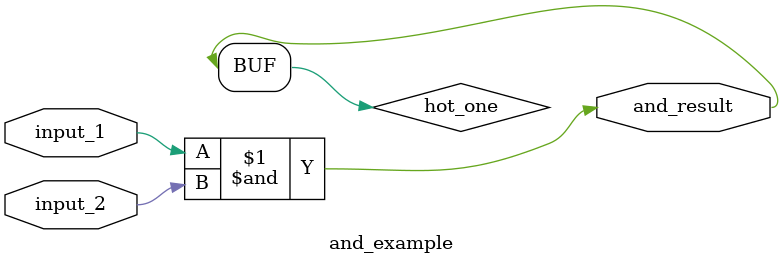
<source format=v>
module and_example(input_1,input_2,and_result);

input input_1;
input input_2;
output and_result;
	
wire hot_one;
assign hot_one = input_1 & input_2;
assign and_result = hot_one;
endmodule // end of module
</source>
